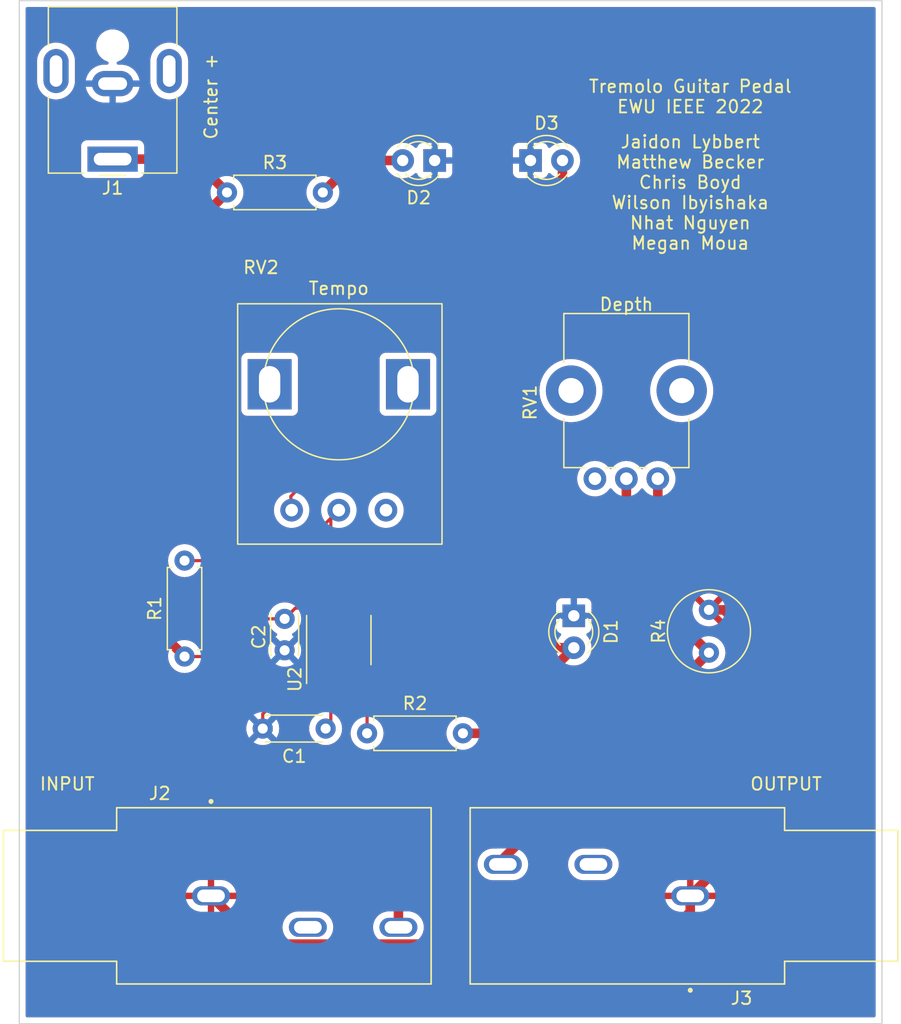
<source format=kicad_pcb>
(kicad_pcb (version 20211014) (generator pcbnew)
  (layers (0 "F.Cu" signal) (31 "B.Cu" signal) (34 "B.Paste" user) (35 "F.Paste" user) (36 "B.SilkS" user "B.Silkscreen") (37 "F.SilkS" user "F.Silkscreen") (38 "B.Mask" user) (39 "F.Mask" user) (44 "Edge.Cuts" user))
  (net 0 "")
  (net 1 "Net-(D2-Pad2)")
  (net 2 "Net-(R1-Pad2)")
  (net 3 "Net-(D1-Pad2)")
  (net 4 "Net-(J2-PadT)")
  (net 5 "GND")
  (net 7 "Net-(C1-Pad1)")
  (net 10 "+9V")
  (net 11 "Net-(J3-PadT)")
  (net 12 "Net-(R2-Pad1)")
  (net 14 "GND2")
  (footprint "Package_SO:SOIC-8_3.9x4.9mm_P1.27mm" (layer "F.Cu") (at 137.16 99.06 90)
    (fp_text reference "U2" (at -3.121806 -3.489599 90) (layer "F.SilkS"))
    (fp_text value "LM555xM")
    (fp_line (start 0 2.56) (end 1.95 2.56) (layer "F.SilkS") (width 0.12))
    (fp_line (start 0 -2.56) (end -3.45 -2.56) (layer "F.SilkS") (width 0.12))
    (fp_line (start 0 2.56) (end -1.95 2.56) (layer "F.SilkS") (width 0.12))
    (fp_line (start 0 -2.56) (end 1.95 -2.56) (layer "F.SilkS") (width 0.12))
    (pad "1" smd roundrect locked (at -2.475 -1.905 90) (size 1.95 0.6) (layers "F.Cu" "F.Paste" "F.Mask") (net 5 "GND"))
    (pad "2" smd roundrect locked (at -2.475 -0.635 90) (size 1.95 0.6) (layers "F.Cu" "F.Paste" "F.Mask") (net 7 "Net-(C1-Pad1)"))
    (pad "3" smd roundrect locked (at -2.475 0.635 90) (size 1.95 0.6) (layers "F.Cu" "F.Paste" "F.Mask") (net 12 "Net-(R2-Pad1)"))
    (pad "4" smd roundrect locked (at -2.475 1.905 90) (size 1.95 0.6) (layers "F.Cu" "F.Paste" "F.Mask"))
    (pad "5" smd roundrect locked (at 2.475 1.905 90) (size 1.95 0.6) (layers "F.Cu" "F.Paste" "F.Mask"))
    (pad "6" smd roundrect locked (at 2.475 0.635 90) (size 1.95 0.6) (layers "F.Cu" "F.Paste" "F.Mask") (net 7 "Net-(C1-Pad1)"))
    (pad "7" smd roundrect locked (at 2.475 -0.635 90) (size 1.95 0.6) (layers "F.Cu" "F.Paste" "F.Mask") (net 2 "Net-(R1-Pad2)"))
    (pad "8" smd roundrect locked (at 2.475 -1.905 90) (size 1.95 0.6) (layers "F.Cu" "F.Paste" "F.Mask") (net 10 "+9V"))
  )
  (footprint "OptoDevice:R_LDR_D6.4mm_P3.4mm_Vertical" (layer "F.Cu") (at 166.583908 100.060931 90)
    (fp_text reference "R4" (at 1.7 -4 90) (layer "F.SilkS"))
    (fp_text value "A1050")
    (fp_circle (center 1.7 0) (end 5 -0.1) (layer "F.SilkS") (width 0.12) (fill none))
    (pad "1" thru_hole circle locked (at 0 0 90) (size 1.6 1.6) (drill 0.8) (layers *.Cu *.Mask) (net 11 "Net-(J3-PadT)"))
    (pad "2" thru_hole circle locked (at 3.4 0 90) (size 1.6 1.6) (drill 0.8) (layers *.Cu *.Mask) (net 14 "GND2"))
  )
  (footprint "Resistor_THT:R_Axial_DIN0207_L6.3mm_D2.5mm_P7.62mm_Horizontal" (layer "F.Cu") (at 139.407014 106.46634)
    (fp_text reference "R2" (at 3.81 -2.37) (layer "F.SilkS"))
    (fp_text value "470")
    (fp_line (start 0.54 1.37) (end 7.08 1.37) (layer "F.SilkS") (width 0.12))
    (fp_line (start 0.54 -1.37) (end 7.08 -1.37) (layer "F.SilkS") (width 0.12))
    (fp_line (start 7.08 1.37) (end 7.08 1.04) (layer "F.SilkS") (width 0.12))
    (fp_line (start 7.08 -1.37) (end 7.08 -1.04) (layer "F.SilkS") (width 0.12))
    (fp_line (start 0.54 -1.04) (end 0.54 -1.37) (layer "F.SilkS") (width 0.12))
    (fp_line (start 0.54 1.04) (end 0.54 1.37) (layer "F.SilkS") (width 0.12))
    (pad "1" thru_hole circle locked (at 0 0) (size 1.6 1.6) (drill 0.8) (layers *.Cu *.Mask) (net 12 "Net-(R2-Pad1)"))
    (pad "2" thru_hole oval locked (at 7.62 0) (size 1.6 1.6) (drill 0.8) (layers *.Cu *.Mask) (net 3 "Net-(D1-Pad2)"))
  )
  (footprint "MJ-63022B:CUI_MJ-63022B" (layer "F.Cu") (at 165.1 119.38 180)
    (fp_text reference "J3" (at -4.075 -8.135) (layer "F.SilkS"))
    (fp_text value "AudioJack2")
    (fp_line (start 17.5 -7) (end 17.5 7) (layer "F.SilkS") (width 0.127))
    (fp_line (start -7.5 -7) (end 17.5 -7) (layer "F.SilkS") (width 0.127))
    (fp_line (start -7.5 -5.2) (end -7.5 -7) (layer "F.SilkS") (width 0.127))
    (fp_line (start -16.5 5.2) (end -7.5 5.2) (layer "F.SilkS") (width 0.127))
    (fp_line (start 17.5 7) (end -7.5 7) (layer "F.SilkS") (width 0.127))
    (fp_line (start -7.5 7) (end -7.5 5.2) (layer "F.SilkS") (width 0.127))
    (fp_line (start -16.5 -5.2) (end -16.5 5.2) (layer "F.SilkS") (width 0.127))
    (fp_line (start -7.5 -5.2) (end -16.5 -5.2) (layer "F.SilkS") (width 0.127))
    (fp_circle (center 0 -7.5) (end 0.1 -7.5) (layer "F.SilkS") (width 0.2) (fill none))
    (pad "4" thru_hole oval (at 7.7 2.5 180) (size 3.016 1.508) (drill oval 2.2 1) (layers *.Cu *.Mask))
    (pad "S" thru_hole oval (at 0 0 180) (size 3.016 1.508) (drill oval 2.2 1) (layers *.Cu *.Mask) (net 14 "GND2"))
    (pad "T" thru_hole oval (at 14.9 2.5 180) (size 3.016 1.508) (drill oval 2.2 1) (layers *.Cu *.Mask) (net 11 "Net-(J3-PadT)"))
  )
  (footprint "Capacitor_THT:C_Disc_D4.3mm_W1.9mm_P5.00mm" (layer "F.Cu") (at 136.112827 106.092435 180)
    (fp_text reference "C1" (at 2.5 -2.2) (layer "F.SilkS"))
    (fp_text value "10uF")
    (fp_line (start 0.23 -1.07) (end 0.23 -1.055) (layer "F.SilkS") (width 0.12))
    (fp_line (start 0.23 1.07) (end 4.77 1.07) (layer "F.SilkS") (width 0.12))
    (fp_line (start 4.77 -1.07) (end 4.77 -1.055) (layer "F.SilkS") (width 0.12))
    (fp_line (start 4.77 1.055) (end 4.77 1.07) (layer "F.SilkS") (width 0.12))
    (fp_line (start 0.23 1.055) (end 0.23 1.07) (layer "F.SilkS") (width 0.12))
    (fp_line (start 0.23 -1.07) (end 4.77 -1.07) (layer "F.SilkS") (width 0.12))
    (pad "1" thru_hole circle locked (at 0 0 180) (size 1.6 1.6) (drill 0.8) (layers *.Cu *.Mask) (net 7 "Net-(C1-Pad1)"))
    (pad "2" thru_hole circle locked (at 5 0 180) (size 1.6 1.6) (drill 0.8) (layers *.Cu *.Mask) (net 5 "GND"))
  )
  (footprint "Resistor_THT:R_Axial_DIN0207_L6.3mm_D2.5mm_P7.62mm_Horizontal" (layer "F.Cu") (at 124.895691 100.367869 90)
    (fp_text reference "R1" (at 3.81 -2.37 90) (layer "F.SilkS"))
    (fp_text value "470")
    (fp_line (start 0.54 -1.37) (end 7.08 -1.37) (layer "F.SilkS") (width 0.12))
    (fp_line (start 0.54 1.04) (end 0.54 1.37) (layer "F.SilkS") (width 0.12))
    (fp_line (start 7.08 1.37) (end 7.08 1.04) (layer "F.SilkS") (width 0.12))
    (fp_line (start 0.54 1.37) (end 7.08 1.37) (layer "F.SilkS") (width 0.12))
    (fp_line (start 0.54 -1.04) (end 0.54 -1.37) (layer "F.SilkS") (width 0.12))
    (fp_line (start 7.08 -1.37) (end 7.08 -1.04) (layer "F.SilkS") (width 0.12))
    (pad "1" thru_hole circle locked (at 0 0 90) (size 1.6 1.6) (drill 0.8) (layers *.Cu *.Mask) (net 10 "+9V"))
    (pad "2" thru_hole oval locked (at 7.62 0 90) (size 1.6 1.6) (drill 0.8) (layers *.Cu *.Mask) (net 2 "Net-(R1-Pad2)"))
  )
  (footprint "LED_THT:LED_D3.0mm" (layer "F.Cu") (at 155.843003 97.13095 -90)
    (fp_text reference "D1" (at 1.27 -2.96 90) (layer "F.SilkS"))
    (fp_text value "LED")
    (fp_line (start -0.29 1.08) (end -0.29 1.236) (layer "F.SilkS") (width 0.12))
    (fp_line (start -0.29 -1.236) (end -0.29 -1.08) (layer "F.SilkS") (width 0.12))
    (fp_arc (start 0.229039 -1.08) (mid 1.270117 -1.5) (end 2.31113 -1.079837) (layer "F.SilkS") (width 0.12))
    (fp_arc (start 2.31113 1.079837) (mid 1.270117 1.5) (end 0.229039 1.08) (layer "F.SilkS") (width 0.12))
    (fp_arc (start 2.942335 1.078608) (mid 1.366487 1.987659) (end -0.29 1.235516) (layer "F.SilkS") (width 0.12))
    (fp_arc (start -0.29 -1.235516) (mid 1.366487 -1.987659) (end 2.942335 -1.078608) (layer "F.SilkS") (width 0.12))
    (pad "1" thru_hole rect locked (at 0 0 270) (size 1.8 1.8) (drill 0.9) (layers *.Cu *.Mask) (net 5 "GND"))
    (pad "2" thru_hole circle locked (at 2.54 0 270) (size 1.8 1.8) (drill 0.9) (layers *.Cu *.Mask) (net 3 "Net-(D1-Pad2)"))
  )
  (footprint "LED_THT:LED_D3.0mm" (layer "F.Cu") (at 152.4 60.96)
    (fp_text reference "D3" (at 1.27 -2.96) (layer "F.SilkS"))
    (fp_text value "LED")
    (fp_line (start -0.29 1.08) (end -0.29 1.236) (layer "F.SilkS") (width 0.12))
    (fp_line (start -0.29 -1.236) (end -0.29 -1.08) (layer "F.SilkS") (width 0.12))
    (fp_arc (start 0.229039 -1.08) (mid 1.270117 -1.5) (end 2.31113 -1.079837) (layer "F.SilkS") (width 0.12))
    (fp_arc (start 2.31113 1.079837) (mid 1.270117 1.5) (end 0.229039 1.08) (layer "F.SilkS") (width 0.12))
    (fp_arc (start 2.942335 1.078608) (mid 1.366487 1.987659) (end -0.29 1.235516) (layer "F.SilkS") (width 0.12))
    (fp_arc (start -0.29 -1.235516) (mid 1.366487 -1.987659) (end 2.942335 -1.078608) (layer "F.SilkS") (width 0.12))
    (pad "1" thru_hole rect locked (at 0 0) (size 1.8 1.8) (drill 0.9) (layers *.Cu *.Mask) (net 5 "GND"))
    (pad "2" thru_hole circle locked (at 2.54 0) (size 1.8 1.8) (drill 0.9) (layers *.Cu *.Mask) (net 3 "Net-(D1-Pad2)"))
  )
  (footprint "Resistor_THT:R_Axial_DIN0207_L6.3mm_D2.5mm_P7.62mm_Horizontal" (layer "F.Cu") (at 128.27 63.5)
    (fp_text reference "R3" (at 3.81 -2.37) (layer "F.SilkS"))
    (fp_text value "470")
    (fp_line (start 7.08 -1.37) (end 7.08 -1.04) (layer "F.SilkS") (width 0.12))
    (fp_line (start 0.54 1.04) (end 0.54 1.37) (layer "F.SilkS") (width 0.12))
    (fp_line (start 0.54 -1.04) (end 0.54 -1.37) (layer "F.SilkS") (width 0.12))
    (fp_line (start 0.54 -1.37) (end 7.08 -1.37) (layer "F.SilkS") (width 0.12))
    (fp_line (start 7.08 1.37) (end 7.08 1.04) (layer "F.SilkS") (width 0.12))
    (fp_line (start 0.54 1.37) (end 7.08 1.37) (layer "F.SilkS") (width 0.12))
    (pad "1" thru_hole circle locked (at 0 0) (size 1.6 1.6) (drill 0.8) (layers *.Cu *.Mask) (net 10 "+9V"))
    (pad "2" thru_hole oval locked (at 7.62 0) (size 1.6 1.6) (drill 0.8) (layers *.Cu *.Mask) (net 1 "Net-(D2-Pad2)"))
  )
  (footprint "MJ-63022B:Bourns PDB12" (layer "F.Cu") (at 137.16 78.74)
    (fp_text reference "RV2" (at -6.190633 -9.281009 unlocked) (layer "F.SilkS"))
    (fp_text value "1M")
    (fp_rect (start -8.04 -6.395693) (end 8.203163 12.7) (layer "F.SilkS") (width 0.12) (fill none))
    (fp_circle (center 0 0) (end 6 0) (layer "F.SilkS") (width 0.12) (fill none))
    (pad "" np_thru_hole rect (at 5.5 0) (size 3.5 4) (drill oval 1.7 2.9) (layers F&B.Cu *.Mask))
    (pad "" np_thru_hole rect (at -5.5 0) (size 3.5 4) (drill oval 1.7 2.9) (layers F&B.Cu *.Mask))
    (pad "1" thru_hole circle (at -3.75 10) (size 1.8 1.8) (drill 1) (layers *.Cu *.Mask) (net 7 "Net-(C1-Pad1)"))
    (pad "2" thru_hole circle (at 0 10) (size 1.8 1.8) (drill 1) (layers *.Cu *.Mask) (net 2 "Net-(R1-Pad2)"))
    (pad "3" thru_hole circle (at 3.75 10) (size 1.8 1.8) (drill 1) (layers *.Cu *.Mask))
  )
  (footprint "MJ-63022B:CUI_MJ-63022B" (layer "F.Cu") (at 127 119.38)
    (fp_text reference "J2" (at -4.075 -8.135) (layer "F.SilkS"))
    (fp_text value "AudioJack2")
    (fp_line (start 17.5 -7) (end 17.5 7) (layer "F.SilkS") (width 0.127))
    (fp_line (start -16.5 -5.2) (end -16.5 5.2) (layer "F.SilkS") (width 0.127))
    (fp_line (start 17.5 7) (end -7.5 7) (layer "F.SilkS") (width 0.127))
    (fp_line (start -7.5 7) (end -7.5 5.2) (layer "F.SilkS") (width 0.127))
    (fp_line (start -7.5 -7) (end 17.5 -7) (layer "F.SilkS") (width 0.127))
    (fp_line (start -7.5 -5.2) (end -7.5 -7) (layer "F.SilkS") (width 0.127))
    (fp_line (start -7.5 -5.2) (end -16.5 -5.2) (layer "F.SilkS") (width 0.127))
    (fp_line (start -16.5 5.2) (end -7.5 5.2) (layer "F.SilkS") (width 0.127))
    (fp_circle (center 0 -7.5) (end 0.1 -7.5) (layer "F.SilkS") (width 0.2) (fill none))
    (pad "4" thru_hole oval (at 7.7 2.5) (size 3.016 1.508) (drill oval 2.2 1) (layers *.Cu *.Mask))
    (pad "S" thru_hole oval (at 0 0) (size 3.016 1.508) (drill oval 2.2 1) (layers *.Cu *.Mask) (net 14 "GND2"))
    (pad "T" thru_hole oval (at 14.9 2.5) (size 3.016 1.508) (drill oval 2.2 1) (layers *.Cu *.Mask) (net 4 "Net-(J2-PadT)"))
  )
  (footprint "LED_THT:LED_D3.0mm" (layer "F.Cu") (at 144.78 60.96 180)
    (fp_text reference "D2" (at 1.27 -2.96) (layer "F.SilkS"))
    (fp_text value "LED")
    (fp_line (start -0.29 1.08) (end -0.29 1.236) (layer "F.SilkS") (width 0.12))
    (fp_line (start -0.29 -1.236) (end -0.29 -1.08) (layer "F.SilkS") (width 0.12))
    (fp_arc (start 2.942335 1.078608) (mid 1.366487 1.987659) (end -0.29 1.235516) (layer "F.SilkS") (width 0.12))
    (fp_arc (start -0.29 -1.235516) (mid 1.366487 -1.987659) (end 2.942335 -1.078608) (layer "F.SilkS") (width 0.12))
    (fp_arc (start 0.229039 -1.08) (mid 1.270117 -1.5) (end 2.31113 -1.079837) (layer "F.SilkS") (width 0.12))
    (fp_arc (start 2.31113 1.079837) (mid 1.270117 1.5) (end 0.229039 1.08) (layer "F.SilkS") (width 0.12))
    (pad "1" thru_hole rect locked (at 0 0 180) (size 1.8 1.8) (drill 0.9) (layers *.Cu *.Mask) (net 5 "GND"))
    (pad "2" thru_hole circle locked (at 2.54 0 180) (size 1.8 1.8) (drill 0.9) (layers *.Cu *.Mask) (net 1 "Net-(D2-Pad2)"))
  )
  (footprint "Capacitor_THT:C_Disc_D3.0mm_W2.0mm_P2.50mm" (layer "F.Cu") (at 132.851372 99.874462 90)
    (fp_text reference "C2" (at 1.063732 -2.053508 90) (layer "F.SilkS"))
    (fp_text value "0.1uF")
    (fp_line (start 2.87 -1.12) (end 2.87 -1.055) (layer "F.SilkS") (width 0.12))
    (fp_line (start -0.37 1.12) (end 2.87 1.12) (layer "F.SilkS") (width 0.12))
    (fp_line (start -0.37 -1.12) (end 2.87 -1.12) (layer "F.SilkS") (width 0.12))
    (fp_line (start -0.37 -1.12) (end -0.37 -1.055) (layer "F.SilkS") (width 0.12))
    (fp_line (start 2.87 1.055) (end 2.87 1.12) (layer "F.SilkS") (width 0.12))
    (fp_line (start -0.37 1.055) (end -0.37 1.12) (layer "F.SilkS") (width 0.12))
    (pad "1" thru_hole circle locked (at 0 0 90) (size 1.6 1.6) (drill 0.8) (layers *.Cu *.Mask) (net 5 "GND"))
    (pad "2" thru_hole circle locked (at 2.5 0 90) (size 1.6 1.6) (drill 0.8) (layers *.Cu *.Mask) (net 10 "+9V"))
  )
  (footprint "Connector_BarrelJack:BarrelJack_CUI_PJ-063AH_Horizontal" (layer "F.Cu") (at 119.178203 60.852629 180)
    (fp_text reference "J1" (at 0 -2.3) (layer "F.SilkS"))
    (fp_text value "Barrel_Jack")
    (fp_line (start -5.11 12.11) (end -5.11 9.05) (layer "F.SilkS") (width 0.12))
    (fp_line (start -5.11 -1.11) (end -2.3 -1.11) (layer "F.SilkS") (width 0.12))
    (fp_line (start 2.3 -1.11) (end 5.11 -1.11) (layer "F.SilkS") (width 0.12))
    (fp_line (start 5.11 -1.11) (end 5.11 4.95) (layer "F.SilkS") (width 0.12))
    (fp_line (start 5.11 9.05) (end 5.11 12.11) (layer "F.SilkS") (width 0.12))
    (fp_line (start -5.11 4.95) (end -5.11 -1.11) (layer "F.SilkS") (width 0.12))
    (fp_line (start -1 -1.3) (end 1 -1.3) (layer "F.SilkS") (width 0.12))
    (fp_line (start 5.11 12.11) (end -5.11 12.11) (layer "F.SilkS") (width 0.12))
    (pad "" np_thru_hole circle locked (at 0 9 180) (size 1.6 1.6) (drill 1.6) (layers *.Cu *.Mask))
    (pad "1" thru_hole rect locked (at 0 0 180) (size 4 2) (drill oval 3 1) (layers *.Cu *.Mask) (net 10 "+9V"))
    (pad "2" thru_hole oval locked (at 0 6 180) (size 3.3 2) (drill oval 2.3 1) (layers *.Cu *.Mask) (net 5 "GND"))
    (pad "MP" thru_hole oval locked (at 4.5 7 180) (size 2 3.5) (drill oval 1 2.5) (layers *.Cu *.Mask))
    (pad "MP" thru_hole oval locked (at -4.5 7 180) (size 2 3.5) (drill oval 1 2.5) (layers *.Cu *.Mask))
  )
  (footprint "Potentiometer_THT:Potentiometer_Bourns_PTV09A-1_Single_Vertical" (layer "F.Cu") (at 160.02 78.74 90)
    (fp_text reference "RV1" (at -1.45 -7.65 90) (layer "F.SilkS"))
    (fp_text value "100K")
    (fp_line (start 1.755 -4.97) (end 5.62 -4.97) (layer "F.SilkS") (width 0.12))
    (fp_line (start -6.62 -4.97) (end -2.755 -4.97) (layer "F.SilkS") (width 0.12))
    (fp_line (start -6.62 -4.97) (end -6.62 -3.371) (layer "F.SilkS") (width 0.12))
    (fp_line (start -6.62 4.97) (end -2.755 4.97) (layer "F.SilkS") (width 0.12))
    (fp_line (start -6.62 -1.629) (end -6.62 -0.87) (layer "F.SilkS") (width 0.12))
    (fp_line (start 1.755 4.97) (end 5.62 4.97) (layer "F.SilkS") (width 0.12))
    (fp_line (start -6.62 3.37) (end -6.62 4.97) (layer "F.SilkS") (width 0.12))
    (fp_line (start 5.62 -4.97) (end 5.62 4.97) (layer "F.SilkS") (width 0.12))
    (fp_line (start -6.62 0.871) (end -6.62 1.63) (layer "F.SilkS") (width 0.12))
    (pad "" np_thru_hole circle (at -0.5 -4.4 90) (size 4 4) (drill 2) (layers *.Cu *.Mask))
    (pad "" np_thru_hole circle (at -0.5 4.4 90) (size 4 4) (drill 2) (layers *.Cu *.Mask))
    (pad "1" thru_hole circle (at -7.5 2.5 90) (size 1.8 1.8) (drill 1) (layers *.Cu *.Mask) (net 11 "Net-(J3-PadT)"))
    (pad "2" thru_hole circle (at -7.5 0 90) (size 1.8 1.8) (drill 1) (layers *.Cu *.Mask) (net 4 "Net-(J2-PadT)"))
    (pad "3" thru_hole circle (at -7.5 -2.5 90) (size 1.8 1.8) (drill 1) (layers *.Cu *.Mask))
  )
  (gr_rect (start 111.76 48.26) (end 180.34 129.54) (layer "Edge.Cuts") (width 0.1) (fill none))
  (gr_text "Jaidon Lybbert\nMatthew Becker\nChris Boyd\nWilson Ibyishaka\nNhat Nguyen\nMegan Moua" (at 165.1 63.5) (layer "F.SilkS") (effects (font (size 1 1))))
  (gr_text "OUTPUT" (at 172.72 110.49) (layer "F.SilkS") (effects (font (size 1 1))))
  (gr_text "Tremolo Guitar Pedal\nEWU IEEE 2022" (at 165.1 55.88) (layer "F.SilkS") (effects (font (size 1 1))))
  (gr_text "Tempo" (at 137.16 71.12) (layer "F.SilkS") (effects (font (size 1 1))))
  (gr_text "INPUT" (at 115.57 110.49) (layer "F.SilkS") (effects (font (size 1 1))))
  (gr_text "Depth" (at 160.02 72.39) (layer "F.SilkS") (effects (font (size 1 1))))
  (gr_text "Center +" (at 127 55.88 90) (layer "F.SilkS") (effects (font (size 1 1))))
  (segment (start 142.24 60.96) (end 138.43 60.96) (width 0.76) (layer "F.Cu") (net 1))
  (segment (start 138.43 60.96) (end 135.89 63.5) (width 0.76) (layer "F.Cu") (net 1))
  (segment (start 136.525 96.585) (end 136.525 89.375) (width 0.25) (layer "F.Cu") (net 2))
  (segment (start 133.152131 92.747869) (end 137.16 88.74) (width 0.25) (layer "F.Cu") (net 2))
  (segment (start 124.895691 92.747869) (end 133.152131 92.747869) (width 0.25) (layer "F.Cu") (net 2))
  (segment (start 136.525 89.375) (end 137.16 88.74) (width 0.25) (layer "F.Cu") (net 2))
  (segment (start 154.94 60.96) (end 154.94 68.58) (width 0.76) (layer "F.Cu") (net 3))
  (segment (start 154.94 68.58) (end 151.13 72.39) (width 0.76) (layer "F.Cu") (net 3))
  (segment (start 151.13 96.230739) (end 154.570211 99.67095) (width 0.76) (layer "F.Cu") (net 3))
  (segment (start 147.027014 106.46634) (end 149.047613 106.46634) (width 0.76) (layer "F.Cu") (net 3))
  (segment (start 154.570211 99.67095) (end 155.843003 99.67095) (width 0.76) (layer "F.Cu") (net 3))
  (segment (start 151.13 72.39) (end 151.13 96.230739) (width 0.76) (layer "F.Cu") (net 3))
  (segment (start 149.047613 106.46634) (end 155.843003 99.67095) (width 0.76) (layer "F.Cu") (net 3))
  (segment (start 141.9 121.88) (end 141.9 119.72) (width 0.76) (layer "F.Cu") (net 4))
  (segment (start 160.02 101.6) (end 160.02 86.24) (width 0.76) (layer "F.Cu") (net 4))
  (segment (start 141.9 119.72) (end 160.02 101.6) (width 0.76) (layer "F.Cu") (net 4))
  (segment (start 134.51191 101.535) (end 131.112827 104.934083) (width 0.25) (layer "F.Cu") (net 5))
  (segment (start 131.112827 104.934083) (end 131.112827 106.092435) (width 0.25) (layer "F.Cu") (net 5))
  (segment (start 134.51191 101.535) (end 132.851372 99.874462) (width 0.25) (layer "F.Cu") (net 5))
  (segment (start 135.255 101.535) (end 134.51191 101.535) (width 0.25) (layer "F.Cu") (net 5))
  (segment (start 136.525 101.535) (end 136.525 105.680262) (width 0.25) (layer "F.Cu") (net 7))
  (segment (start 137.795 90.805) (end 139.065 89.535) (width 0.25) (layer "F.Cu") (net 7))
  (segment (start 139.065 86.995) (end 133.985 86.995) (width 0.25) (layer "F.Cu") (net 7))
  (segment (start 136.525 99.695) (end 137.795 98.425) (width 0.25) (layer "F.Cu") (net 7))
  (segment (start 133.35 87.63) (end 133.35 88.68) (width 0.25) (layer "F.Cu") (net 7))
  (segment (start 137.795 98.425) (end 137.795 96.585) (width 0.25) (layer "F.Cu") (net 7))
  (segment (start 133.985 86.995) (end 133.35 87.63) (width 0.25) (layer "F.Cu") (net 7))
  (segment (start 136.525 101.535) (end 136.525 99.695) (width 0.25) (layer "F.Cu") (net 7))
  (segment (start 139.065 89.535) (end 139.065 86.995) (width 0.25) (layer "F.Cu") (net 7))
  (segment (start 137.795 96.585) (end 137.795 90.805) (width 0.25) (layer "F.Cu") (net 7))
  (segment (start 133.35 88.68) (end 133.41 88.74) (width 0.25) (layer "F.Cu") (net 7))
  (segment (start 136.525 105.680262) (end 136.112827 106.092435) (width 0.25) (layer "F.Cu") (net 7))
  (segment (start 129.955538 97.374462) (end 126.962131 100.367869) (width 0.25) (layer "F.Cu") (net 10))
  (segment (start 132.851372 97.374462) (end 133.705834 96.52) (width 0.25) (layer "F.Cu") (net 10))
  (segment (start 125.622629 60.852629) (end 128.27 63.5) (width 0.76) (layer "F.Cu") (net 10))
  (segment (start 119.38 94.852178) (end 124.895691 100.367869) (width 0.76) (layer "F.Cu") (net 10))
  (segment (start 135.19 96.52) (end 135.255 96.585) (width 0.25) (layer "F.Cu") (net 10))
  (segment (start 119.178203 60.852629) (end 125.622629 60.852629) (width 0.76) (layer "F.Cu") (net 10))
  (segment (start 132.851372 97.374462) (end 129.955538 97.374462) (width 0.25) (layer "F.Cu") (net 10))
  (segment (start 119.38 72.39) (end 119.38 94.852178) (width 0.76) (layer "F.Cu") (net 10))
  (segment (start 128.27 63.5) (end 119.38 72.39) (width 0.76) (layer "F.Cu") (net 10))
  (segment (start 133.705834 96.52) (end 135.19 96.52) (width 0.25) (layer "F.Cu") (net 10))
  (segment (start 126.962131 100.367869) (end 124.895691 100.367869) (width 0.25) (layer "F.Cu") (net 10))
  (segment (start 150.2 116.88) (end 150.2 116.444839) (width 0.76) (layer "F.Cu") (net 11))
  (segment (start 166.583908 100.060931) (end 162.52 95.997023) (width 0.76) (layer "F.Cu") (net 11))
  (segment (start 162.52 95.997023) (end 162.52 86.24) (width 0.76) (layer "F.Cu") (net 11))
  (segment (start 150.2 116.444839) (end 166.583908 100.060931) (width 0.76) (layer "F.Cu") (net 11))
  (segment (start 137.795 101.535) (end 137.795 103.505) (width 0.25) (layer "F.Cu") (net 12))
  (segment (start 137.795 103.505) (end 139.407014 105.117014) (width 0.25) (layer "F.Cu") (net 12))
  (segment (start 139.407014 105.117014) (end 139.407014 106.46634) (width 0.25) (layer "F.Cu") (net 12))
  (segment (start 162.53648 123.21352) (end 165.1 120.65) (width 0.76) (layer "F.Cu") (net 14))
  (segment (start 167.780931 96.660931) (end 168.91 97.79) (width 0.76) (layer "F.Cu") (net 14))
  (segment (start 165.1 120.65) (end 165.1 119.38) (width 0.76) (layer "F.Cu") (net 14))
  (segment (start 130.83352 123.21352) (end 162.53648 123.21352) (width 0.76) (layer "F.Cu") (net 14))
  (segment (start 168.91 97.79) (end 168.91 115.57) (width 0.76) (layer "F.Cu") (net 14))
  (segment (start 166.583908 96.660931) (end 167.780931 96.660931) (width 0.76) (layer "F.Cu") (net 14))
  (segment (start 127 119.38) (end 130.83352 123.21352) (width 0.76) (layer "F.Cu") (net 14))
  (segment (start 168.91 115.57) (end 165.1 119.38) (width 0.76) (layer "F.Cu") (net 14))
  (zone (net 14) (net_name "GND2") (layer "F.Cu") (connect_pads (clearance 0.508)) (min_thickness 0.254) (fill yes (thermal_gap 0.508) (thermal_bridge_width 0.508))
    (polygon (pts (xy 180.34 129.54) (xy 111.76 129.54) (xy 111.76 48.26) (xy 180.34 48.26)))
  )
  (zone (net 5) (net_name "GND") (layer "B.Cu") (connect_pads (clearance 0.508)) (min_thickness 0.254) (fill yes (thermal_gap 0.508) (thermal_bridge_width 0.508))
    (polygon (pts (xy 180.34 129.54) (xy 111.76 129.54) (xy 111.76 48.26) (xy 180.34 48.26)))
  )
)
</source>
